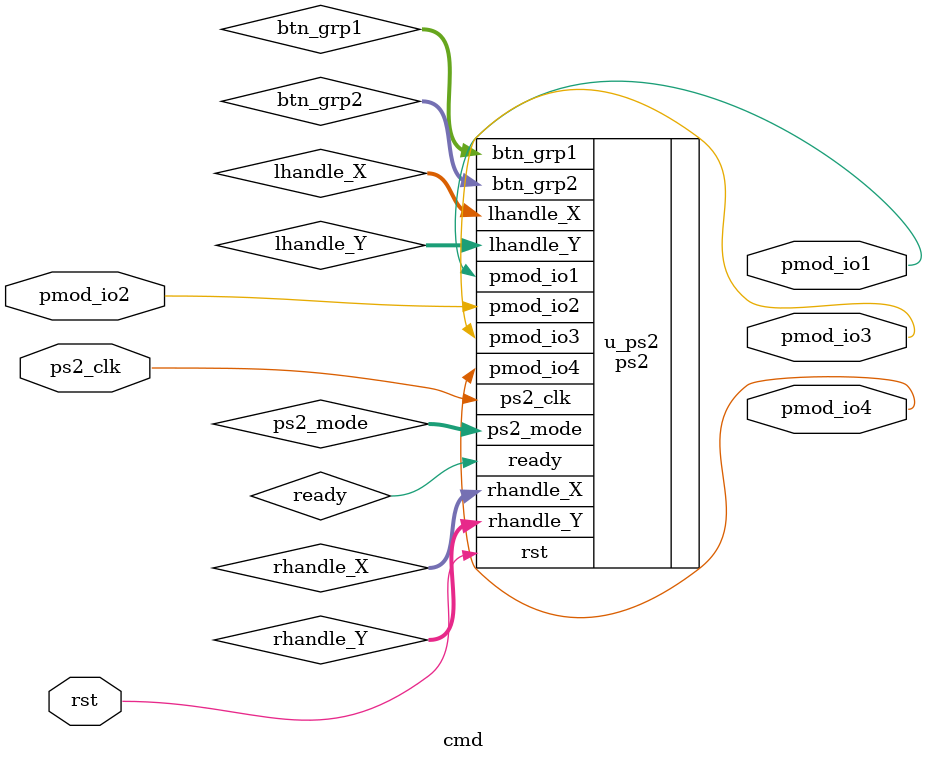
<source format=sv>
module cmd(
    input  wire ps2_clk,          // 100kHz， 10us一次
    input  wire rst,        // 复位信号，高电平有效
    output wire pmod_io1,    // MOSI
    input wire pmod_io2,    // MISO
    output wire pmod_io3,    // SCLK    //手动控制，不再使用外部时钟
    output reg pmod_io4    // CS
    // 对外接口
    
);
// 这里尽量做好ps2手柄的信号解码、角度转换、消抖等操作
    

    reg [7:0] ps2_mode;
    reg [7:0] btn_grp1;
    reg [7:0] btn_grp2;
    reg [7:0] rhandle_X;
    reg [7:0] rhandle_Y;
    reg [7:0] lhandle_X;
    reg [7:0] lhandle_Y;
    reg ready; 

    ps2 u_ps2(
        // .debug_number(number),
        .ps2_clk(ps2_clk),          // 10kHz
        .rst(rst) ,      // 复位信号，低电平有效
        .ps2_mode(ps2_mode), // 模式
        .btn_grp1(btn_grp1), // 按键组1
        .btn_grp2(btn_grp2), // 按键组2
        .rhandle_X(rhandle_X), // 右手柄 X 轴
        .rhandle_Y(rhandle_Y), // 右手柄 Y 轴
        .lhandle_X(lhandle_X), // 左手柄 X 轴
        .lhandle_Y(lhandle_Y), // 左手柄 Y 轴
        .ready(ready), // 是否准备好，1表示准备好，0表示正在读取数据
        .pmod_io1(pmod_io1), // MOSI
        .pmod_io2(pmod_io2), // MISO
        .pmod_io3(pmod_io3), // SCLK
        .pmod_io4(pmod_io4)  // CS
    );
    // !!!!!!!!!!语法上，即使最后多加了一个逗号也会报错！
    always @(posedge ps2_clk) begin
        if(rst) begin
            number <= 32'd0;
            //因为ready是在内部输出的，所以这里不应该再进行初始化
        end else if(ready)begin
            //测试：ready=1代表这一个周期的手柄信号可以读取，
            number[7:0] <= btn_grp1;
            number[15:8] <= btn_grp2;
            number[23:16] <= rhandle_X;
            number[31:24] <= rhandle_Y;
        end else begin
            number <= number;
        end
    end

endmodule
</source>
